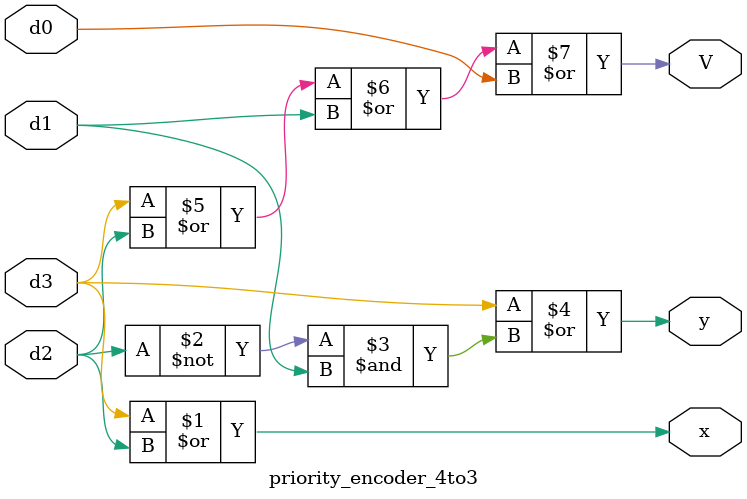
<source format=v>
module priority_encoder_4to3(d0, d1, d2, d3, x, y, V);
    input wire d0, d1, d2, d3;
    output wire x, y, V;
    
    assign x = d3 | d2;
    assign y = d3 | ((~d2) & d1);
    assign V = d3 | d2 | d1 | d0;

endmodule

</source>
